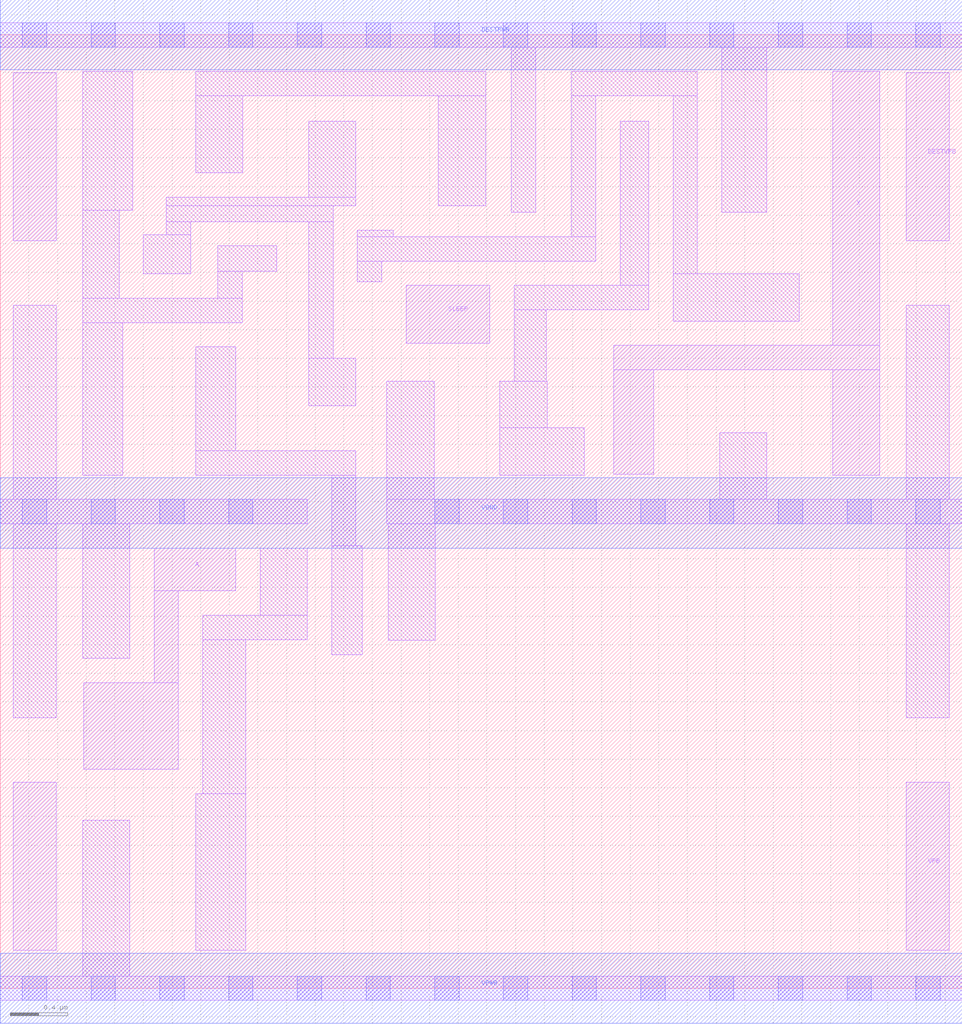
<source format=lef>
# Copyright 2020 The SkyWater PDK Authors
#
# Licensed under the Apache License, Version 2.0 (the "License");
# you may not use this file except in compliance with the License.
# You may obtain a copy of the License at
#
#     https://www.apache.org/licenses/LICENSE-2.0
#
# Unless required by applicable law or agreed to in writing, software
# distributed under the License is distributed on an "AS IS" BASIS,
# WITHOUT WARRANTIES OR CONDITIONS OF ANY KIND, either express or implied.
# See the License for the specific language governing permissions and
# limitations under the License.
#
# SPDX-License-Identifier: Apache-2.0

VERSION 5.7 ;
  NOWIREEXTENSIONATPIN ON ;
  DIVIDERCHAR "/" ;
  BUSBITCHARS "[]" ;
UNITS
  DATABASE MICRONS 200 ;
END UNITS
MACRO sky130_fd_sc_lp__lsbufiso0p_lp
  CLASS CORE ;
  FOREIGN sky130_fd_sc_lp__lsbufiso0p_lp ;
  ORIGIN  0.000000  0.000000 ;
  SIZE  6.720000 BY  6.660000 ;
  SYMMETRY X Y R90 ;
  SITE unit ;
  PIN A
    ANTENNAGATEAREA  0.678000 ;
    DIRECTION INPUT ;
    USE SIGNAL ;
    PORT
      LAYER li1 ;
        RECT 0.585000 1.530000 1.245000 2.135000 ;
        RECT 1.075000 2.135000 1.245000 2.775000 ;
        RECT 1.075000 2.775000 1.645000 3.075000 ;
    END
  END A
  PIN SLEEP
    ANTENNAGATEAREA  0.978000 ;
    DIRECTION INPUT ;
    USE SIGNAL ;
    PORT
      LAYER li1 ;
        RECT 2.835000 4.505000 3.420000 4.910000 ;
    END
  END SLEEP
  PIN X
    ANTENNADIFFAREA  0.714400 ;
    DIRECTION OUTPUT ;
    USE SIGNAL ;
    PORT
      LAYER li1 ;
        RECT 4.285000 3.590000 4.565000 4.320000 ;
        RECT 4.285000 4.320000 6.145000 4.490000 ;
        RECT 5.815000 3.585000 6.145000 4.320000 ;
        RECT 5.815000 4.490000 6.145000 6.405000 ;
    END
  END X
  PIN DESTPWR
    DIRECTION INOUT ;
    USE POWER ;
    PORT
      LAYER met1 ;
        RECT 0.000000 6.415000 6.720000 6.905000 ;
    END
  END DESTPWR
  PIN DESTVPB
    DIRECTION INOUT ;
    USE POWER ;
    PORT
      LAYER li1 ;
        RECT 0.090000 5.220000 0.390000 6.395000 ;
        RECT 6.330000 5.220000 6.630000 6.395000 ;
    END
  END DESTVPB
  PIN VGND
    DIRECTION INOUT ;
    USE GROUND ;
    PORT
      LAYER met1 ;
        RECT 0.000000 3.075000 6.720000 3.565000 ;
    END
  END VGND
  PIN VPB
    DIRECTION INOUT ;
    USE POWER ;
    PORT
      LAYER li1 ;
        RECT 0.090000 0.265000 0.390000 1.440000 ;
        RECT 6.330000 0.265000 6.630000 1.440000 ;
    END
  END VPB
  PIN VPWR
    DIRECTION INOUT ;
    USE POWER ;
    PORT
      LAYER met1 ;
        RECT 0.000000 -0.245000 6.720000 0.245000 ;
    END
  END VPWR
  OBS
    LAYER li1 ;
      RECT 0.000000 -0.085000 6.720000 0.085000 ;
      RECT 0.000000  3.245000 2.145000 3.415000 ;
      RECT 0.000000  6.575000 6.720000 6.745000 ;
      RECT 0.090000  1.890000 0.390000 3.245000 ;
      RECT 0.090000  3.415000 0.390000 4.770000 ;
      RECT 0.575000  0.085000 0.905000 1.175000 ;
      RECT 0.575000  2.305000 0.905000 3.245000 ;
      RECT 0.575000  3.585000 0.855000 4.650000 ;
      RECT 0.575000  4.650000 1.690000 4.820000 ;
      RECT 0.575000  4.820000 0.830000 5.435000 ;
      RECT 0.575000  5.435000 0.925000 6.405000 ;
      RECT 1.000000  4.990000 1.330000 5.265000 ;
      RECT 1.160000  5.265000 1.330000 5.355000 ;
      RECT 1.160000  5.355000 2.325000 5.465000 ;
      RECT 1.160000  5.465000 2.485000 5.525000 ;
      RECT 1.365000  0.265000 1.715000 1.360000 ;
      RECT 1.365000  3.585000 2.485000 3.755000 ;
      RECT 1.365000  3.755000 1.645000 4.480000 ;
      RECT 1.365000  5.695000 1.695000 6.235000 ;
      RECT 1.365000  6.235000 3.390000 6.405000 ;
      RECT 1.415000  1.360000 1.715000 2.435000 ;
      RECT 1.415000  2.435000 2.145000 2.605000 ;
      RECT 1.520000  4.820000 1.690000 5.010000 ;
      RECT 1.520000  5.010000 1.930000 5.185000 ;
      RECT 1.815000  2.605000 2.145000 3.075000 ;
      RECT 2.155000  4.070000 2.485000 4.400000 ;
      RECT 2.155000  4.400000 2.325000 5.355000 ;
      RECT 2.155000  5.525000 2.485000 6.055000 ;
      RECT 2.315000  2.330000 2.530000 3.090000 ;
      RECT 2.315000  3.090000 2.485000 3.585000 ;
      RECT 2.495000  4.935000 2.665000 5.080000 ;
      RECT 2.495000  5.080000 4.160000 5.250000 ;
      RECT 2.495000  5.250000 2.745000 5.295000 ;
      RECT 2.700000  3.245000 6.720000 3.415000 ;
      RECT 2.700000  3.415000 3.030000 4.240000 ;
      RECT 2.710000  2.430000 3.040000 3.245000 ;
      RECT 3.060000  5.465000 3.390000 6.235000 ;
      RECT 3.490000  3.585000 4.080000 3.915000 ;
      RECT 3.490000  3.915000 3.820000 4.240000 ;
      RECT 3.570000  5.420000 3.740000 6.575000 ;
      RECT 3.590000  4.240000 3.815000 4.740000 ;
      RECT 3.590000  4.740000 4.530000 4.910000 ;
      RECT 3.990000  5.250000 4.160000 6.235000 ;
      RECT 3.990000  6.235000 4.870000 6.405000 ;
      RECT 4.330000  4.910000 4.530000 6.055000 ;
      RECT 4.700000  4.660000 5.580000 4.990000 ;
      RECT 4.700000  4.990000 4.870000 6.235000 ;
      RECT 5.025000  3.415000 5.355000 3.880000 ;
      RECT 5.040000  5.420000 5.355000 6.575000 ;
      RECT 6.330000  1.890000 6.630000 3.245000 ;
      RECT 6.330000  3.415000 6.630000 4.770000 ;
    LAYER mcon ;
      RECT 0.155000 -0.085000 0.325000 0.085000 ;
      RECT 0.155000  3.245000 0.325000 3.415000 ;
      RECT 0.155000  6.575000 0.325000 6.745000 ;
      RECT 0.635000 -0.085000 0.805000 0.085000 ;
      RECT 0.635000  3.245000 0.805000 3.415000 ;
      RECT 0.635000  6.575000 0.805000 6.745000 ;
      RECT 1.115000 -0.085000 1.285000 0.085000 ;
      RECT 1.115000  3.245000 1.285000 3.415000 ;
      RECT 1.115000  6.575000 1.285000 6.745000 ;
      RECT 1.595000 -0.085000 1.765000 0.085000 ;
      RECT 1.595000  3.245000 1.765000 3.415000 ;
      RECT 1.595000  6.575000 1.765000 6.745000 ;
      RECT 2.075000 -0.085000 2.245000 0.085000 ;
      RECT 2.075000  6.575000 2.245000 6.745000 ;
      RECT 2.555000 -0.085000 2.725000 0.085000 ;
      RECT 2.555000  6.575000 2.725000 6.745000 ;
      RECT 3.035000 -0.085000 3.205000 0.085000 ;
      RECT 3.035000  3.245000 3.205000 3.415000 ;
      RECT 3.035000  6.575000 3.205000 6.745000 ;
      RECT 3.515000 -0.085000 3.685000 0.085000 ;
      RECT 3.515000  3.245000 3.685000 3.415000 ;
      RECT 3.515000  6.575000 3.685000 6.745000 ;
      RECT 3.995000 -0.085000 4.165000 0.085000 ;
      RECT 3.995000  3.245000 4.165000 3.415000 ;
      RECT 3.995000  6.575000 4.165000 6.745000 ;
      RECT 4.475000 -0.085000 4.645000 0.085000 ;
      RECT 4.475000  3.245000 4.645000 3.415000 ;
      RECT 4.475000  6.575000 4.645000 6.745000 ;
      RECT 4.955000 -0.085000 5.125000 0.085000 ;
      RECT 4.955000  3.245000 5.125000 3.415000 ;
      RECT 4.955000  6.575000 5.125000 6.745000 ;
      RECT 5.435000 -0.085000 5.605000 0.085000 ;
      RECT 5.435000  3.245000 5.605000 3.415000 ;
      RECT 5.435000  6.575000 5.605000 6.745000 ;
      RECT 5.915000 -0.085000 6.085000 0.085000 ;
      RECT 5.915000  3.245000 6.085000 3.415000 ;
      RECT 5.915000  6.575000 6.085000 6.745000 ;
      RECT 6.395000 -0.085000 6.565000 0.085000 ;
      RECT 6.395000  3.245000 6.565000 3.415000 ;
      RECT 6.395000  6.575000 6.565000 6.745000 ;
  END
END sky130_fd_sc_lp__lsbufiso0p_lp
END LIBRARY

</source>
